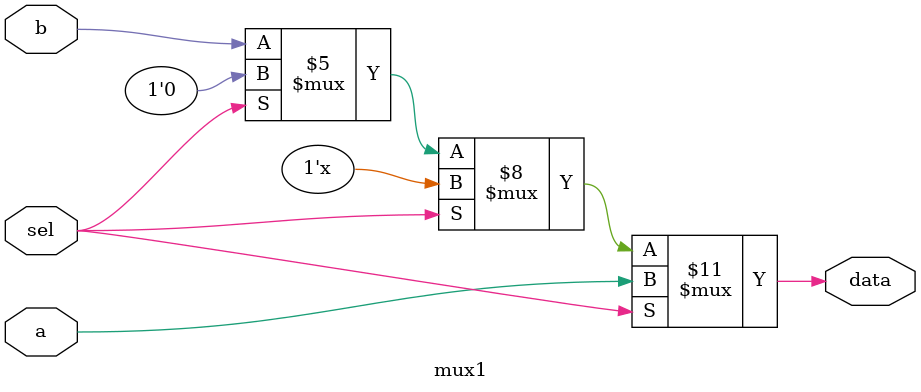
<source format=sv>


module mux1
(
	input wire a,
	input wire b,
	input wire sel,
	output reg data
);

//2x1 MUX
//	a -> 1
//	0 -> b
always_comb begin
	if(sel == 1'b1) begin
		data = a;
	end else if(sel == 1'b0) begin
		data = b;
	end else begin
		data = 1'b0;
	end
end

endmodule

</source>
